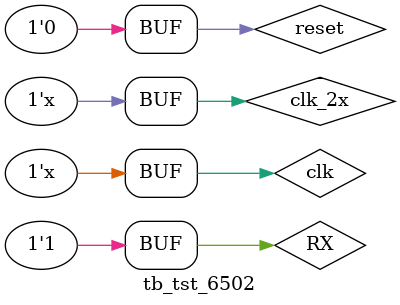
<source format=v>


`timescale 1ns/1ps
`default_nettype none

module tb_tst_6502;
    reg clk;
    reg clk_2x;
    reg reset;
	wire [3:0] vdac;
	wire [7:0] gpio_o;
	reg [7:0] gpio_i;
	reg RX;
    wire TX;
	wire snd_l, snd_r, snd_nmute;
    wire spi0_mosi, spi0_miso, spi0_sclk, spi0_cs0;
	wire ps2_clk, ps2_dat;
	wire rgb0, rgb1, rgb2;
	wire [3:0] tst;
	
    // clock sources
    always
        #31.25 clk = ~clk;
    always
		#15.625 clk_2x = ~clk_2x;
	
    // reset
    initial
    begin
`ifdef icarus
  		$dumpfile("tb_tst_6502.vcd");
		$dumpvars;
`endif
        
        // init regs
        clk = 1'b0;
        clk_2x = 1'b0;
        reset = 1'b1;
        RX = 1'b1;
        
        // release reset
        #1000
        reset = 1'b0;
        
`ifdef icarus
        // stop after 1 sec
		#10000000 $finish;
`endif
    end
    
    // Unit under test
    tst_6502 uut(
        .clk(clk),              // 16MHz CPU clock
        .clk_2x(clk_2x),        // 32MHz Video clock
        .reset(reset),          // Low-true reset
		.vdac(vdac),			// video DAC
        .gpio_o(gpio_o),        // gpio
        .gpio_i(gpio_i),
        .RX(RX),                // serial
        .TX(TX),
		.snd_l(snd_l),			// audio
		.snd_r(snd_r),
		.snd_nmute(snd_nmute),
		.spi0_mosi(spi0_mosi),	// SPI core 0
		.spi0_miso(spi0_miso),
		.spi0_sclk(spi0_sclk),
		.spi0_cs0(spi0_cs0),
		.ps2_clk(ps2_clk),		// PS/2 Keyboard port
		.ps2_dat(ps2_dat),
		.rgb0(rgb0),			// LED drivers
		.rgb1(rgb1),
		.rgb2(rgb2),
		.tst(tst)				// diagnostic port
    );
endmodule

</source>
